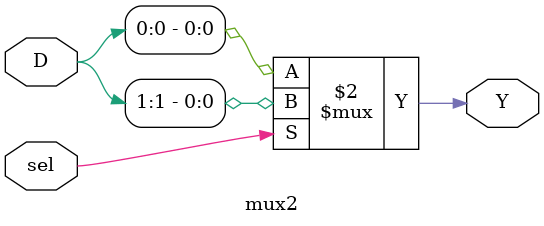
<source format=sv>
`timescale 1ns/1ps

module mux2(

	input		[1 : 0] 	D,
    input   			 	sel,
	output   				Y

	);

	assign Y = (sel == 0)? D[0] : D[1];


endmodule

</source>
